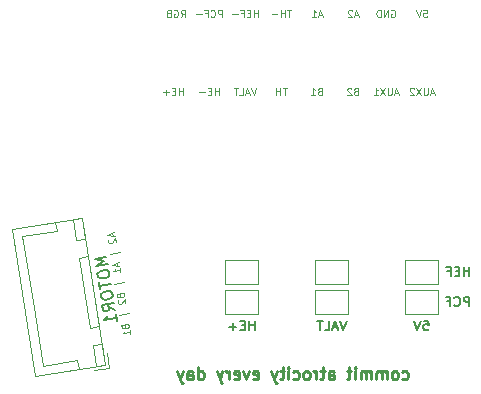
<source format=gbr>
%TF.GenerationSoftware,KiCad,Pcbnew,(6.0.7)*%
%TF.CreationDate,2023-07-30T17:13:32-07:00*%
%TF.ProjectId,xol-pcb,786f6c2d-7063-4622-9e6b-696361645f70,rev?*%
%TF.SameCoordinates,Original*%
%TF.FileFunction,Legend,Bot*%
%TF.FilePolarity,Positive*%
%FSLAX46Y46*%
G04 Gerber Fmt 4.6, Leading zero omitted, Abs format (unit mm)*
G04 Created by KiCad (PCBNEW (6.0.7)) date 2023-07-30 17:13:32*
%MOMM*%
%LPD*%
G01*
G04 APERTURE LIST*
%ADD10C,0.100000*%
%ADD11C,0.150000*%
%ADD12C,0.250000*%
%ADD13C,0.120000*%
G04 APERTURE END LIST*
D10*
X41832926Y-55864747D02*
X41877622Y-56146944D01*
X41993305Y-55781490D02*
X41431979Y-56072889D01*
X42055879Y-56176566D01*
X41546523Y-56430805D02*
X41522772Y-56463494D01*
X41503492Y-56524403D01*
X41525840Y-56665502D01*
X41562998Y-56717471D01*
X41595688Y-56741222D01*
X41656597Y-56760502D01*
X41713036Y-56751563D01*
X41793225Y-56709935D01*
X42078227Y-56317664D01*
X42136331Y-56684520D01*
X42467955Y-57499823D02*
X41621365Y-57633909D01*
X42235186Y-58404517D02*
X42279882Y-58686714D01*
X42395565Y-58321260D02*
X41834239Y-58612659D01*
X42458139Y-58716336D01*
X42538591Y-59224290D02*
X42484956Y-58885654D01*
X42511774Y-59054972D02*
X41919161Y-59148832D01*
X41994881Y-59078984D01*
X42042381Y-59013606D01*
X42061661Y-58952697D01*
X42870215Y-60039593D02*
X42023625Y-60173680D01*
X42532104Y-61192392D02*
X42573733Y-61272582D01*
X42606422Y-61296332D01*
X42667331Y-61315612D01*
X42751990Y-61302204D01*
X42803960Y-61265045D01*
X42827710Y-61232356D01*
X42846990Y-61171447D01*
X42811234Y-60945689D01*
X42218621Y-61039550D01*
X42249908Y-61237088D01*
X42287067Y-61289058D01*
X42319756Y-61312808D01*
X42380665Y-61332088D01*
X42437104Y-61323149D01*
X42489074Y-61285990D01*
X42512824Y-61253301D01*
X42532104Y-61192392D01*
X42500818Y-60994855D01*
X42364451Y-61595004D02*
X42340701Y-61627694D01*
X42321421Y-61688602D01*
X42343768Y-61829701D01*
X42380927Y-61881671D01*
X42413616Y-61905421D01*
X42474525Y-61924701D01*
X42530965Y-61915762D01*
X42611154Y-61874134D01*
X42896155Y-61481863D01*
X42954260Y-61848719D01*
X43285884Y-62664022D02*
X42439294Y-62798109D01*
X42947773Y-63816821D02*
X42989402Y-63897011D01*
X43022091Y-63920761D01*
X43083000Y-63940041D01*
X43167659Y-63926633D01*
X43219628Y-63889474D01*
X43243379Y-63856785D01*
X43262659Y-63795876D01*
X43226903Y-63570118D01*
X42634290Y-63663979D01*
X42665577Y-63861517D01*
X42702735Y-63913487D01*
X42735425Y-63937237D01*
X42796333Y-63956517D01*
X42852773Y-63947578D01*
X42904743Y-63910419D01*
X42928493Y-63877730D01*
X42947773Y-63816821D01*
X42916486Y-63619284D01*
X43369928Y-64473148D02*
X43316294Y-64134512D01*
X43343111Y-64303830D02*
X42750498Y-64397690D01*
X42826218Y-64327842D01*
X42873718Y-64262464D01*
X42892999Y-64201555D01*
X54014571Y-43613428D02*
X53814571Y-44213428D01*
X53614571Y-43613428D01*
X53443142Y-44042000D02*
X53157428Y-44042000D01*
X53500285Y-44213428D02*
X53300285Y-43613428D01*
X53100285Y-44213428D01*
X52614571Y-44213428D02*
X52900285Y-44213428D01*
X52900285Y-43613428D01*
X52500285Y-43613428D02*
X52157428Y-43613428D01*
X52328857Y-44213428D02*
X52328857Y-43613428D01*
X56991142Y-37009428D02*
X56648285Y-37009428D01*
X56819714Y-37609428D02*
X56819714Y-37009428D01*
X56448285Y-37609428D02*
X56448285Y-37009428D01*
X56448285Y-37295142D02*
X56105428Y-37295142D01*
X56105428Y-37609428D02*
X56105428Y-37009428D01*
X55819714Y-37380857D02*
X55362571Y-37380857D01*
X65481142Y-37038000D02*
X65538285Y-37009428D01*
X65624000Y-37009428D01*
X65709714Y-37038000D01*
X65766857Y-37095142D01*
X65795428Y-37152285D01*
X65824000Y-37266571D01*
X65824000Y-37352285D01*
X65795428Y-37466571D01*
X65766857Y-37523714D01*
X65709714Y-37580857D01*
X65624000Y-37609428D01*
X65566857Y-37609428D01*
X65481142Y-37580857D01*
X65452571Y-37552285D01*
X65452571Y-37352285D01*
X65566857Y-37352285D01*
X65195428Y-37609428D02*
X65195428Y-37009428D01*
X64852571Y-37609428D01*
X64852571Y-37009428D01*
X64566857Y-37609428D02*
X64566857Y-37009428D01*
X64424000Y-37009428D01*
X64338285Y-37038000D01*
X64281142Y-37095142D01*
X64252571Y-37152285D01*
X64224000Y-37266571D01*
X64224000Y-37352285D01*
X64252571Y-37466571D01*
X64281142Y-37523714D01*
X64338285Y-37580857D01*
X64424000Y-37609428D01*
X64566857Y-37609428D01*
X47658285Y-37609428D02*
X47858285Y-37323714D01*
X48001142Y-37609428D02*
X48001142Y-37009428D01*
X47772571Y-37009428D01*
X47715428Y-37038000D01*
X47686857Y-37066571D01*
X47658285Y-37123714D01*
X47658285Y-37209428D01*
X47686857Y-37266571D01*
X47715428Y-37295142D01*
X47772571Y-37323714D01*
X48001142Y-37323714D01*
X47086857Y-37038000D02*
X47144000Y-37009428D01*
X47229714Y-37009428D01*
X47315428Y-37038000D01*
X47372571Y-37095142D01*
X47401142Y-37152285D01*
X47429714Y-37266571D01*
X47429714Y-37352285D01*
X47401142Y-37466571D01*
X47372571Y-37523714D01*
X47315428Y-37580857D01*
X47229714Y-37609428D01*
X47172571Y-37609428D01*
X47086857Y-37580857D01*
X47058285Y-37552285D01*
X47058285Y-37352285D01*
X47172571Y-37352285D01*
X46601142Y-37295142D02*
X46515428Y-37323714D01*
X46486857Y-37352285D01*
X46458285Y-37409428D01*
X46458285Y-37495142D01*
X46486857Y-37552285D01*
X46515428Y-37580857D01*
X46572571Y-37609428D01*
X46801142Y-37609428D01*
X46801142Y-37009428D01*
X46601142Y-37009428D01*
X46544000Y-37038000D01*
X46515428Y-37066571D01*
X46486857Y-37123714D01*
X46486857Y-37180857D01*
X46515428Y-37238000D01*
X46544000Y-37266571D01*
X46601142Y-37295142D01*
X46801142Y-37295142D01*
X51123714Y-37609428D02*
X51123714Y-37009428D01*
X50895142Y-37009428D01*
X50838000Y-37038000D01*
X50809428Y-37066571D01*
X50780857Y-37123714D01*
X50780857Y-37209428D01*
X50809428Y-37266571D01*
X50838000Y-37295142D01*
X50895142Y-37323714D01*
X51123714Y-37323714D01*
X50180857Y-37552285D02*
X50209428Y-37580857D01*
X50295142Y-37609428D01*
X50352285Y-37609428D01*
X50438000Y-37580857D01*
X50495142Y-37523714D01*
X50523714Y-37466571D01*
X50552285Y-37352285D01*
X50552285Y-37266571D01*
X50523714Y-37152285D01*
X50495142Y-37095142D01*
X50438000Y-37038000D01*
X50352285Y-37009428D01*
X50295142Y-37009428D01*
X50209428Y-37038000D01*
X50180857Y-37066571D01*
X49723714Y-37295142D02*
X49923714Y-37295142D01*
X49923714Y-37609428D02*
X49923714Y-37009428D01*
X49638000Y-37009428D01*
X49409428Y-37380857D02*
X48952285Y-37380857D01*
D11*
X68224380Y-63315904D02*
X68605333Y-63315904D01*
X68643428Y-63696857D01*
X68605333Y-63658761D01*
X68529142Y-63620666D01*
X68338666Y-63620666D01*
X68262476Y-63658761D01*
X68224380Y-63696857D01*
X68186285Y-63773047D01*
X68186285Y-63963523D01*
X68224380Y-64039714D01*
X68262476Y-64077809D01*
X68338666Y-64115904D01*
X68529142Y-64115904D01*
X68605333Y-64077809D01*
X68643428Y-64039714D01*
X67957714Y-63315904D02*
X67691047Y-64115904D01*
X67424380Y-63315904D01*
D10*
X66052571Y-44042000D02*
X65766857Y-44042000D01*
X66109714Y-44213428D02*
X65909714Y-43613428D01*
X65709714Y-44213428D01*
X65509714Y-43613428D02*
X65509714Y-44099142D01*
X65481142Y-44156285D01*
X65452571Y-44184857D01*
X65395428Y-44213428D01*
X65281142Y-44213428D01*
X65224000Y-44184857D01*
X65195428Y-44156285D01*
X65166857Y-44099142D01*
X65166857Y-43613428D01*
X64938285Y-43613428D02*
X64538285Y-44213428D01*
X64538285Y-43613428D02*
X64938285Y-44213428D01*
X63995428Y-44213428D02*
X64338285Y-44213428D01*
X64166857Y-44213428D02*
X64166857Y-43613428D01*
X64224000Y-43699142D01*
X64281142Y-43756285D01*
X64338285Y-43784857D01*
X50852285Y-44213428D02*
X50852285Y-43613428D01*
X50852285Y-43899142D02*
X50509428Y-43899142D01*
X50509428Y-44213428D02*
X50509428Y-43613428D01*
X50223714Y-43899142D02*
X50023714Y-43899142D01*
X49938000Y-44213428D02*
X50223714Y-44213428D01*
X50223714Y-43613428D01*
X49938000Y-43613428D01*
X49680857Y-43984857D02*
X49223714Y-43984857D01*
X62472857Y-43899142D02*
X62387142Y-43927714D01*
X62358571Y-43956285D01*
X62330000Y-44013428D01*
X62330000Y-44099142D01*
X62358571Y-44156285D01*
X62387142Y-44184857D01*
X62444285Y-44213428D01*
X62672857Y-44213428D01*
X62672857Y-43613428D01*
X62472857Y-43613428D01*
X62415714Y-43642000D01*
X62387142Y-43670571D01*
X62358571Y-43727714D01*
X62358571Y-43784857D01*
X62387142Y-43842000D01*
X62415714Y-43870571D01*
X62472857Y-43899142D01*
X62672857Y-43899142D01*
X62101428Y-43670571D02*
X62072857Y-43642000D01*
X62015714Y-43613428D01*
X61872857Y-43613428D01*
X61815714Y-43642000D01*
X61787142Y-43670571D01*
X61758571Y-43727714D01*
X61758571Y-43784857D01*
X61787142Y-43870571D01*
X62130000Y-44213428D01*
X61758571Y-44213428D01*
X56619714Y-43613428D02*
X56276857Y-43613428D01*
X56448285Y-44213428D02*
X56448285Y-43613428D01*
X56076857Y-44213428D02*
X56076857Y-43613428D01*
X56076857Y-43899142D02*
X55734000Y-43899142D01*
X55734000Y-44213428D02*
X55734000Y-43613428D01*
D11*
X53917714Y-64115904D02*
X53917714Y-63315904D01*
X53917714Y-63696857D02*
X53460571Y-63696857D01*
X53460571Y-64115904D02*
X53460571Y-63315904D01*
X53079619Y-63696857D02*
X52812952Y-63696857D01*
X52698666Y-64115904D02*
X53079619Y-64115904D01*
X53079619Y-63315904D01*
X52698666Y-63315904D01*
X52355809Y-63811142D02*
X51746285Y-63811142D01*
X52051047Y-64115904D02*
X52051047Y-63506380D01*
D10*
X59610571Y-37438000D02*
X59324857Y-37438000D01*
X59667714Y-37609428D02*
X59467714Y-37009428D01*
X59267714Y-37609428D01*
X58753428Y-37609428D02*
X59096285Y-37609428D01*
X58924857Y-37609428D02*
X58924857Y-37009428D01*
X58982000Y-37095142D01*
X59039142Y-37152285D01*
X59096285Y-37180857D01*
D11*
X72053333Y-59543904D02*
X72053333Y-58743904D01*
X72053333Y-59124857D02*
X71596190Y-59124857D01*
X71596190Y-59543904D02*
X71596190Y-58743904D01*
X71215238Y-59124857D02*
X70948571Y-59124857D01*
X70834285Y-59543904D02*
X71215238Y-59543904D01*
X71215238Y-58743904D01*
X70834285Y-58743904D01*
X70224761Y-59124857D02*
X70491428Y-59124857D01*
X70491428Y-59543904D02*
X70491428Y-58743904D01*
X70110476Y-58743904D01*
D10*
X68186285Y-37009428D02*
X68472000Y-37009428D01*
X68500571Y-37295142D01*
X68472000Y-37266571D01*
X68414857Y-37238000D01*
X68272000Y-37238000D01*
X68214857Y-37266571D01*
X68186285Y-37295142D01*
X68157714Y-37352285D01*
X68157714Y-37495142D01*
X68186285Y-37552285D01*
X68214857Y-37580857D01*
X68272000Y-37609428D01*
X68414857Y-37609428D01*
X68472000Y-37580857D01*
X68500571Y-37552285D01*
X67986285Y-37009428D02*
X67786285Y-37609428D01*
X67586285Y-37009428D01*
D11*
X61690095Y-63315904D02*
X61423428Y-64115904D01*
X61156761Y-63315904D01*
X60928190Y-63887333D02*
X60547238Y-63887333D01*
X61004380Y-64115904D02*
X60737714Y-63315904D01*
X60471047Y-64115904D01*
X59823428Y-64115904D02*
X60204380Y-64115904D01*
X60204380Y-63315904D01*
X59671047Y-63315904D02*
X59213904Y-63315904D01*
X59442476Y-64115904D02*
X59442476Y-63315904D01*
D12*
X66411904Y-68222761D02*
X66507142Y-68270380D01*
X66697619Y-68270380D01*
X66792857Y-68222761D01*
X66840476Y-68175142D01*
X66888095Y-68079904D01*
X66888095Y-67794190D01*
X66840476Y-67698952D01*
X66792857Y-67651333D01*
X66697619Y-67603714D01*
X66507142Y-67603714D01*
X66411904Y-67651333D01*
X65840476Y-68270380D02*
X65935714Y-68222761D01*
X65983333Y-68175142D01*
X66030952Y-68079904D01*
X66030952Y-67794190D01*
X65983333Y-67698952D01*
X65935714Y-67651333D01*
X65840476Y-67603714D01*
X65697619Y-67603714D01*
X65602380Y-67651333D01*
X65554761Y-67698952D01*
X65507142Y-67794190D01*
X65507142Y-68079904D01*
X65554761Y-68175142D01*
X65602380Y-68222761D01*
X65697619Y-68270380D01*
X65840476Y-68270380D01*
X65078571Y-68270380D02*
X65078571Y-67603714D01*
X65078571Y-67698952D02*
X65030952Y-67651333D01*
X64935714Y-67603714D01*
X64792857Y-67603714D01*
X64697619Y-67651333D01*
X64650000Y-67746571D01*
X64650000Y-68270380D01*
X64650000Y-67746571D02*
X64602380Y-67651333D01*
X64507142Y-67603714D01*
X64364285Y-67603714D01*
X64269047Y-67651333D01*
X64221428Y-67746571D01*
X64221428Y-68270380D01*
X63745238Y-68270380D02*
X63745238Y-67603714D01*
X63745238Y-67698952D02*
X63697619Y-67651333D01*
X63602380Y-67603714D01*
X63459523Y-67603714D01*
X63364285Y-67651333D01*
X63316666Y-67746571D01*
X63316666Y-68270380D01*
X63316666Y-67746571D02*
X63269047Y-67651333D01*
X63173809Y-67603714D01*
X63030952Y-67603714D01*
X62935714Y-67651333D01*
X62888095Y-67746571D01*
X62888095Y-68270380D01*
X62411904Y-68270380D02*
X62411904Y-67603714D01*
X62411904Y-67270380D02*
X62459523Y-67318000D01*
X62411904Y-67365619D01*
X62364285Y-67318000D01*
X62411904Y-67270380D01*
X62411904Y-67365619D01*
X62078571Y-67603714D02*
X61697619Y-67603714D01*
X61935714Y-67270380D02*
X61935714Y-68127523D01*
X61888095Y-68222761D01*
X61792857Y-68270380D01*
X61697619Y-68270380D01*
X60173809Y-68270380D02*
X60173809Y-67746571D01*
X60221428Y-67651333D01*
X60316666Y-67603714D01*
X60507142Y-67603714D01*
X60602380Y-67651333D01*
X60173809Y-68222761D02*
X60269047Y-68270380D01*
X60507142Y-68270380D01*
X60602380Y-68222761D01*
X60650000Y-68127523D01*
X60650000Y-68032285D01*
X60602380Y-67937047D01*
X60507142Y-67889428D01*
X60269047Y-67889428D01*
X60173809Y-67841809D01*
X59840476Y-67603714D02*
X59459523Y-67603714D01*
X59697619Y-67270380D02*
X59697619Y-68127523D01*
X59650000Y-68222761D01*
X59554761Y-68270380D01*
X59459523Y-68270380D01*
X59126190Y-68270380D02*
X59126190Y-67603714D01*
X59126190Y-67794190D02*
X59078571Y-67698952D01*
X59030952Y-67651333D01*
X58935714Y-67603714D01*
X58840476Y-67603714D01*
X58364285Y-68270380D02*
X58459523Y-68222761D01*
X58507142Y-68175142D01*
X58554761Y-68079904D01*
X58554761Y-67794190D01*
X58507142Y-67698952D01*
X58459523Y-67651333D01*
X58364285Y-67603714D01*
X58221428Y-67603714D01*
X58126190Y-67651333D01*
X58078571Y-67698952D01*
X58030952Y-67794190D01*
X58030952Y-68079904D01*
X58078571Y-68175142D01*
X58126190Y-68222761D01*
X58221428Y-68270380D01*
X58364285Y-68270380D01*
X57173809Y-68222761D02*
X57269047Y-68270380D01*
X57459523Y-68270380D01*
X57554761Y-68222761D01*
X57602380Y-68175142D01*
X57650000Y-68079904D01*
X57650000Y-67794190D01*
X57602380Y-67698952D01*
X57554761Y-67651333D01*
X57459523Y-67603714D01*
X57269047Y-67603714D01*
X57173809Y-67651333D01*
X56745238Y-68270380D02*
X56745238Y-67603714D01*
X56745238Y-67270380D02*
X56792857Y-67318000D01*
X56745238Y-67365619D01*
X56697619Y-67318000D01*
X56745238Y-67270380D01*
X56745238Y-67365619D01*
X56411904Y-67603714D02*
X56030952Y-67603714D01*
X56269047Y-67270380D02*
X56269047Y-68127523D01*
X56221428Y-68222761D01*
X56126190Y-68270380D01*
X56030952Y-68270380D01*
X55792857Y-67603714D02*
X55554761Y-68270380D01*
X55316666Y-67603714D02*
X55554761Y-68270380D01*
X55650000Y-68508476D01*
X55697619Y-68556095D01*
X55792857Y-68603714D01*
X53792857Y-68222761D02*
X53888095Y-68270380D01*
X54078571Y-68270380D01*
X54173809Y-68222761D01*
X54221428Y-68127523D01*
X54221428Y-67746571D01*
X54173809Y-67651333D01*
X54078571Y-67603714D01*
X53888095Y-67603714D01*
X53792857Y-67651333D01*
X53745238Y-67746571D01*
X53745238Y-67841809D01*
X54221428Y-67937047D01*
X53411904Y-67603714D02*
X53173809Y-68270380D01*
X52935714Y-67603714D01*
X52173809Y-68222761D02*
X52269047Y-68270380D01*
X52459523Y-68270380D01*
X52554761Y-68222761D01*
X52602380Y-68127523D01*
X52602380Y-67746571D01*
X52554761Y-67651333D01*
X52459523Y-67603714D01*
X52269047Y-67603714D01*
X52173809Y-67651333D01*
X52126190Y-67746571D01*
X52126190Y-67841809D01*
X52602380Y-67937047D01*
X51697619Y-68270380D02*
X51697619Y-67603714D01*
X51697619Y-67794190D02*
X51650000Y-67698952D01*
X51602380Y-67651333D01*
X51507142Y-67603714D01*
X51411904Y-67603714D01*
X51173809Y-67603714D02*
X50935714Y-68270380D01*
X50697619Y-67603714D02*
X50935714Y-68270380D01*
X51030952Y-68508476D01*
X51078571Y-68556095D01*
X51173809Y-68603714D01*
X49126190Y-68270380D02*
X49126190Y-67270380D01*
X49126190Y-68222761D02*
X49221428Y-68270380D01*
X49411904Y-68270380D01*
X49507142Y-68222761D01*
X49554761Y-68175142D01*
X49602380Y-68079904D01*
X49602380Y-67794190D01*
X49554761Y-67698952D01*
X49507142Y-67651333D01*
X49411904Y-67603714D01*
X49221428Y-67603714D01*
X49126190Y-67651333D01*
X48221428Y-68270380D02*
X48221428Y-67746571D01*
X48269047Y-67651333D01*
X48364285Y-67603714D01*
X48554761Y-67603714D01*
X48650000Y-67651333D01*
X48221428Y-68222761D02*
X48316666Y-68270380D01*
X48554761Y-68270380D01*
X48650000Y-68222761D01*
X48697619Y-68127523D01*
X48697619Y-68032285D01*
X48650000Y-67937047D01*
X48554761Y-67889428D01*
X48316666Y-67889428D01*
X48221428Y-67841809D01*
X47840476Y-67603714D02*
X47602380Y-68270380D01*
X47364285Y-67603714D02*
X47602380Y-68270380D01*
X47697619Y-68508476D01*
X47745238Y-68556095D01*
X47840476Y-68603714D01*
D10*
X54157428Y-37609428D02*
X54157428Y-37009428D01*
X54157428Y-37295142D02*
X53814571Y-37295142D01*
X53814571Y-37609428D02*
X53814571Y-37009428D01*
X53528857Y-37295142D02*
X53328857Y-37295142D01*
X53243142Y-37609428D02*
X53528857Y-37609428D01*
X53528857Y-37009428D01*
X53243142Y-37009428D01*
X52786000Y-37295142D02*
X52986000Y-37295142D01*
X52986000Y-37609428D02*
X52986000Y-37009428D01*
X52700285Y-37009428D01*
X52471714Y-37380857D02*
X52014571Y-37380857D01*
X59424857Y-43899142D02*
X59339142Y-43927714D01*
X59310571Y-43956285D01*
X59282000Y-44013428D01*
X59282000Y-44099142D01*
X59310571Y-44156285D01*
X59339142Y-44184857D01*
X59396285Y-44213428D01*
X59624857Y-44213428D01*
X59624857Y-43613428D01*
X59424857Y-43613428D01*
X59367714Y-43642000D01*
X59339142Y-43670571D01*
X59310571Y-43727714D01*
X59310571Y-43784857D01*
X59339142Y-43842000D01*
X59367714Y-43870571D01*
X59424857Y-43899142D01*
X59624857Y-43899142D01*
X58710571Y-44213428D02*
X59053428Y-44213428D01*
X58882000Y-44213428D02*
X58882000Y-43613428D01*
X58939142Y-43699142D01*
X58996285Y-43756285D01*
X59053428Y-43784857D01*
X62658571Y-37438000D02*
X62372857Y-37438000D01*
X62715714Y-37609428D02*
X62515714Y-37009428D01*
X62315714Y-37609428D01*
X62144285Y-37066571D02*
X62115714Y-37038000D01*
X62058571Y-37009428D01*
X61915714Y-37009428D01*
X61858571Y-37038000D01*
X61830000Y-37066571D01*
X61801428Y-37123714D01*
X61801428Y-37180857D01*
X61830000Y-37266571D01*
X62172857Y-37609428D01*
X61801428Y-37609428D01*
X47804285Y-44213428D02*
X47804285Y-43613428D01*
X47804285Y-43899142D02*
X47461428Y-43899142D01*
X47461428Y-44213428D02*
X47461428Y-43613428D01*
X47175714Y-43899142D02*
X46975714Y-43899142D01*
X46890000Y-44213428D02*
X47175714Y-44213428D01*
X47175714Y-43613428D01*
X46890000Y-43613428D01*
X46632857Y-43984857D02*
X46175714Y-43984857D01*
X46404285Y-44213428D02*
X46404285Y-43756285D01*
X69100571Y-44042000D02*
X68814857Y-44042000D01*
X69157714Y-44213428D02*
X68957714Y-43613428D01*
X68757714Y-44213428D01*
X68557714Y-43613428D02*
X68557714Y-44099142D01*
X68529142Y-44156285D01*
X68500571Y-44184857D01*
X68443428Y-44213428D01*
X68329142Y-44213428D01*
X68272000Y-44184857D01*
X68243428Y-44156285D01*
X68214857Y-44099142D01*
X68214857Y-43613428D01*
X67986285Y-43613428D02*
X67586285Y-44213428D01*
X67586285Y-43613428D02*
X67986285Y-44213428D01*
X67386285Y-43670571D02*
X67357714Y-43642000D01*
X67300571Y-43613428D01*
X67157714Y-43613428D01*
X67100571Y-43642000D01*
X67072000Y-43670571D01*
X67043428Y-43727714D01*
X67043428Y-43784857D01*
X67072000Y-43870571D01*
X67414857Y-44213428D01*
X67043428Y-44213428D01*
D11*
X72072380Y-62083904D02*
X72072380Y-61283904D01*
X71767619Y-61283904D01*
X71691428Y-61322000D01*
X71653333Y-61360095D01*
X71615238Y-61436285D01*
X71615238Y-61550571D01*
X71653333Y-61626761D01*
X71691428Y-61664857D01*
X71767619Y-61702952D01*
X72072380Y-61702952D01*
X70815238Y-62007714D02*
X70853333Y-62045809D01*
X70967619Y-62083904D01*
X71043809Y-62083904D01*
X71158095Y-62045809D01*
X71234285Y-61969619D01*
X71272380Y-61893428D01*
X71310476Y-61741047D01*
X71310476Y-61626761D01*
X71272380Y-61474380D01*
X71234285Y-61398190D01*
X71158095Y-61322000D01*
X71043809Y-61283904D01*
X70967619Y-61283904D01*
X70853333Y-61322000D01*
X70815238Y-61360095D01*
X70205714Y-61664857D02*
X70472380Y-61664857D01*
X70472380Y-62083904D02*
X70472380Y-61283904D01*
X70091428Y-61283904D01*
%TO.C,MOTOR1*%
X41357308Y-57895376D02*
X40369620Y-58051810D01*
X41127257Y-58269301D01*
X40473910Y-58710269D01*
X41461598Y-58553835D01*
X40578199Y-59368728D02*
X40607996Y-59556859D01*
X40669928Y-59643475D01*
X40778892Y-59722642D01*
X40974472Y-59739878D01*
X41303702Y-59687733D01*
X41484383Y-59610904D01*
X41563550Y-59501940D01*
X41595685Y-59400425D01*
X41565888Y-59212294D01*
X41503956Y-59125677D01*
X41394992Y-59046510D01*
X41199412Y-59029275D01*
X40870183Y-59081419D01*
X40689501Y-59158249D01*
X40610334Y-59267213D01*
X40578199Y-59368728D01*
X40689938Y-60074220D02*
X40779329Y-60638613D01*
X41722322Y-60199982D02*
X40734634Y-60356416D01*
X40861271Y-61155974D02*
X40891068Y-61344105D01*
X40953000Y-61430721D01*
X41061964Y-61509888D01*
X41257544Y-61527124D01*
X41586773Y-61474979D01*
X41767455Y-61398149D01*
X41846622Y-61289185D01*
X41878757Y-61187670D01*
X41848960Y-60999539D01*
X41787028Y-60912923D01*
X41678064Y-60833756D01*
X41482484Y-60816520D01*
X41153254Y-60868665D01*
X40972573Y-60945495D01*
X40893406Y-61054459D01*
X40861271Y-61155974D01*
X42072437Y-62410522D02*
X41549965Y-62155786D01*
X41983046Y-61846129D02*
X40995358Y-62002564D01*
X41054952Y-62378826D01*
X41116883Y-62465442D01*
X41171365Y-62505026D01*
X41272880Y-62537160D01*
X41413979Y-62514812D01*
X41500595Y-62452881D01*
X41540178Y-62398399D01*
X41572313Y-62296884D01*
X41512719Y-61920622D01*
X42221423Y-63351178D02*
X42132031Y-62786785D01*
X42176727Y-63068981D02*
X41189039Y-63225416D01*
X41315239Y-63109003D01*
X41394406Y-63000038D01*
X41426540Y-62898524D01*
D13*
%TO.C,JP4*%
X66672000Y-60722000D02*
X66672000Y-62722000D01*
X69472000Y-60722000D02*
X66672000Y-60722000D01*
X66672000Y-62722000D02*
X69472000Y-62722000D01*
X69472000Y-62722000D02*
X69472000Y-60722000D01*
%TO.C,MOTOR1*%
X40721677Y-63805672D02*
X39980910Y-63922998D01*
X38526070Y-54737497D02*
X39266836Y-54620171D01*
X40215562Y-65404531D02*
X40956328Y-65287205D01*
X39980910Y-63922998D02*
X39042304Y-57996868D01*
X38898286Y-66676255D02*
X35984605Y-67137737D01*
X39783070Y-57879542D02*
X40721677Y-63805672D01*
X41249352Y-67073356D02*
X35352852Y-68007270D01*
X37161863Y-55712915D02*
X34248183Y-56174396D01*
X39548418Y-56398010D02*
X38807652Y-56515336D01*
X35984605Y-67137737D02*
X35116394Y-61656067D01*
X39042304Y-57996868D02*
X39783070Y-57879542D01*
X39275149Y-54608730D02*
X41249352Y-67073356D01*
X40497144Y-67182370D02*
X40215562Y-65404531D01*
X37044537Y-54972148D02*
X37161863Y-55712915D01*
X41237910Y-67065044D02*
X40497144Y-67182370D01*
X39015612Y-67417021D02*
X38898286Y-66676255D01*
X35352852Y-68007270D02*
X33378649Y-55542643D01*
X34248183Y-56174396D02*
X35116394Y-61656067D01*
X38807652Y-56515336D02*
X38526070Y-54737497D01*
X41385604Y-66079810D02*
X41581147Y-67314420D01*
X39266836Y-54620171D02*
X39548418Y-56398010D01*
X41581147Y-67314420D02*
X40346537Y-67509963D01*
X33378649Y-55542643D02*
X39275149Y-54608730D01*
X40956328Y-65287205D02*
X41237910Y-67065044D01*
%TO.C,JP1*%
X66672000Y-60182000D02*
X69472000Y-60182000D01*
X69472000Y-58182000D02*
X66672000Y-58182000D01*
X69472000Y-60182000D02*
X69472000Y-58182000D01*
X66672000Y-58182000D02*
X66672000Y-60182000D01*
%TO.C,JP3*%
X51432000Y-60182000D02*
X54232000Y-60182000D01*
X54232000Y-60182000D02*
X54232000Y-58182000D01*
X51432000Y-58182000D02*
X51432000Y-60182000D01*
X54232000Y-58182000D02*
X51432000Y-58182000D01*
%TO.C,JP5*%
X61852000Y-62722000D02*
X61852000Y-60722000D01*
X59052000Y-62722000D02*
X61852000Y-62722000D01*
X59052000Y-60722000D02*
X59052000Y-62722000D01*
X61852000Y-60722000D02*
X59052000Y-60722000D01*
%TO.C,JP6*%
X51432000Y-60722000D02*
X51432000Y-62722000D01*
X54232000Y-62722000D02*
X54232000Y-60722000D01*
X54232000Y-60722000D02*
X51432000Y-60722000D01*
X51432000Y-62722000D02*
X54232000Y-62722000D01*
%TO.C,JP2*%
X61852000Y-60182000D02*
X61852000Y-58182000D01*
X59052000Y-58182000D02*
X59052000Y-60182000D01*
X59052000Y-60182000D02*
X61852000Y-60182000D01*
X61852000Y-58182000D02*
X59052000Y-58182000D01*
%TD*%
M02*

</source>
